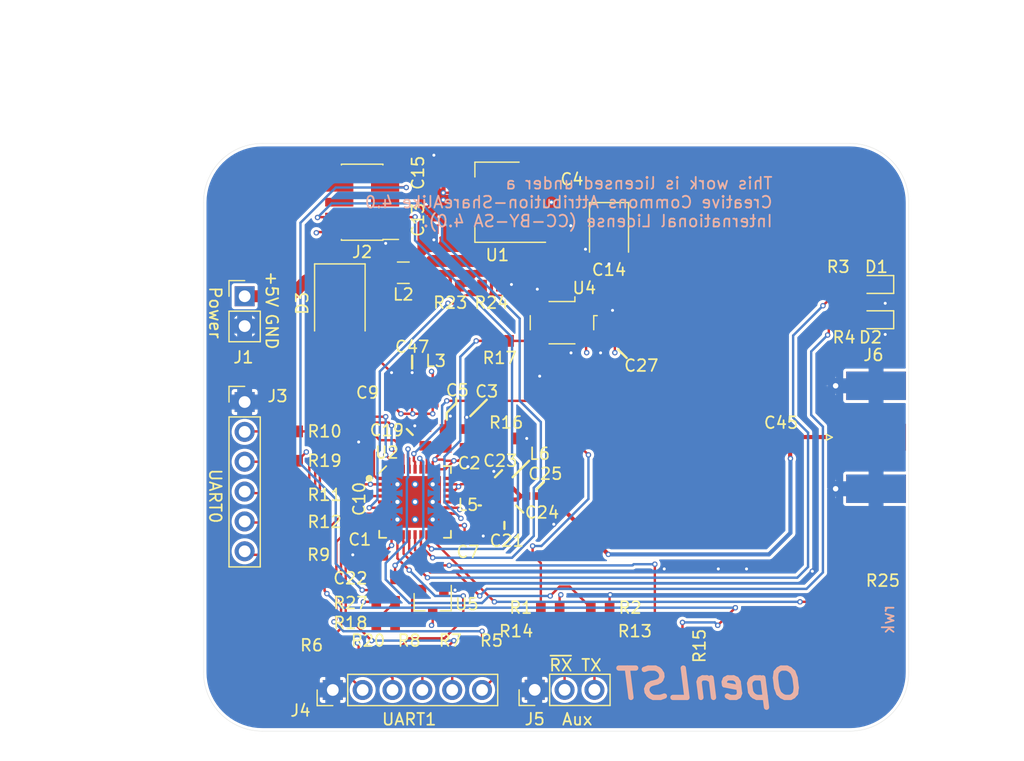
<source format=kicad_pcb>
(kicad_pcb (version 20211014) (generator pcbnew)
  (title_block (title "OpenLST") (date "2018-07-08") (rev "1"))
  (layers (0 "F.Cu" signal) (1 "In1.Cu" power "GND") (2 "In2.Cu" power "PWR") (31 "B.Cu" signal) (34 "B.Paste" user) (35 "F.Paste" user) (36 "B.SilkS" user "B.Silkscreen") (37 "F.SilkS" user "F.Silkscreen") (38 "B.Mask" user) (39 "F.Mask" user) (44 "Edge.Cuts" user))
  (net 0 "")
  (net 1 "/3V3_FILT")
  (net 2 "GND")
  (net 3 "+5V")
  (net 4 "+3V3")
  (net 5 "Net-(C19-Pad1)")
  (net 6 "Net-(C21-Pad2)")
  (net 7 "Net-(C22-Pad1)")
  (net 8 "Net-(C23-Pad2)")
  (net 9 "Net-(C24-Pad1)")
  (net 10 "Net-(C24-Pad2)")
  (net 11 "Net-(C25-Pad2)")
  (net 12 "/PA_VAPC")
  (net 13 "Net-(C45-Pad1)")
  (net 14 "Net-(D1-Pad2)")
  (net 15 "Net-(D2-Pad2)")
  (net 16 "Net-(D3-Pad1)")
  (net 17 "/PROG_DC")
  (net 18 "/PROG_DD")
  (net 19 "/~{LST_RESET}")
  (net 20 "/UART0_RTS")
  (net 21 "Net-(J3-Pad3)")
  (net 22 "/UART0_RX")
  (net 23 "/UART0_TX")
  (net 24 "/UART0_CTS")
  (net 25 "/UART1_RTS")
  (net 26 "Net-(J4-Pad3)")
  (net 27 "/UART1_RX")
  (net 28 "/UART1_TX")
  (net 29 "/UART1_CTS")
  (net 30 "/~{LST_RX_MODE}")
  (net 31 "Net-(R3-Pad2)")
  (net 32 "Net-(R4-Pad2)")
  (net 33 "Net-(R5-Pad1)")
  (net 34 "Net-(R6-Pad1)")
  (net 35 "Net-(R7-Pad1)")
  (net 36 "Net-(R8-Pad1)")
  (net 37 "Net-(R9-Pad1)")
  (net 38 "Net-(R10-Pad1)")
  (net 39 "Net-(R11-Pad1)")
  (net 40 "Net-(R12-Pad1)")
  (net 41 "/RF_EN")
  (net 42 "Net-(R15-Pad2)")
  (net 43 "Net-(R16-Pad2)")
  (net 44 "Net-(R17-Pad1)")
  (net 45 "Net-(R17-Pad2)")
  (net 46 "/AN0")
  (net 47 "/AN1")
  (net 48 "/RF_BYP")
  (net 50 "Net-(J5-Pad2)")
  (net 51 "Net-(J5-Pad3)")
  (net 52 "Net-(R25-Pad2)")
  (net 59 "/LST_TX_MODE")
  (footprint "openlst:TI_CC_QFN36" (layer "F.Cu") (at 131.5 69)
    (fp_text reference "U2")
    (fp_text value "CC1110")
  )
  (footprint "archive:C_0603_1608Metric" (layer "F.Cu") (at 128 73.5 180)
    (fp_text reference "C1")
    (fp_text value "0.1u")
  )
  (footprint "archive:C_0402_1005Metric" (layer "F.Cu") (at 136.1 67.1 90)
    (fp_text reference "C2")
    (fp_text value "220p")
  )
  (footprint "archive:C_0603_1608Metric" (layer "F.Cu") (at 135.8 63.6 90)
    (fp_text reference "C3")
    (fp_text value "0.1u")
  )
  (footprint "archive:C_0603_1608Metric" (layer "F.Cu") (at 144.9 43.7 -90)
    (fp_text reference "C4")
    (fp_text value "10u")
  )
  (footprint "archive:C_0603_1608Metric" (layer "F.Cu") (at 134.1 63.6 90)
    (fp_text reference "C5")
    (fp_text value "0.1u")
  )
  (footprint "archive:C_0402_1005Metric" (layer "F.Cu") (at 136.1 71.9)
    (fp_text reference "C7")
    (fp_text value "220p")
  )
  (footprint "archive:C_0603_1608Metric" (layer "F.Cu") (at 129.5 59.75 -90)
    (fp_text reference "C9")
    (fp_text value "1u")
  )
  (footprint "archive:C_0603_1608Metric" (layer "F.Cu") (at 126.75 65.75 90)
    (fp_text reference "C10")
    (fp_text value "0.1u")
  )
  (footprint "archive:C_0603_1608Metric" (layer "F.Cu") (at 133 45 -90)
    (fp_text reference "C13")
    (fp_text value "10u")
  )
  (footprint "archive:CP_EIA-3528-15_AVX-H" (layer "F.Cu") (at 148 46 -90)
    (fp_text reference "C14")
    (fp_text value "100u")
  )
  (footprint "archive:C_0603_1608Metric" (layer "F.Cu") (at 133 41 90)
    (fp_text reference "C15")
    (fp_text value "0.1u")
  )
  (footprint "archive:C_0603_1608Metric" (layer "F.Cu") (at 132.375 63.425 90)
    (fp_text reference "C19")
    (fp_text value "1n")
  )
  (footprint "archive:C_0402_1005Metric" (layer "F.Cu") (at 139.2 70 180)
    (fp_text reference "C21")
    (fp_text value "220p")
  )
  (footprint "archive:C_0603_1608Metric" (layer "F.Cu") (at 129 75.5 180)
    (fp_text reference "C22")
    (fp_text value "1n")
  )
  (footprint "archive:C_0402_1005Metric" (layer "F.Cu") (at 137.6 67.2 -90)
    (fp_text reference "C23")
    (fp_text value "3.9p")
  )
  (footprint "archive:C_0402_1005Metric" (layer "F.Cu") (at 139.2 68.8)
    (fp_text reference "C24")
    (fp_text value "3.9p")
  )
  (footprint "archive:C_0402_1005Metric" (layer "F.Cu") (at 141.4 68.5)
    (fp_text reference "C25")
    (fp_text value "220p")
  )
  (footprint "archive:C_0603_1608Metric" (layer "F.Cu") (at 148.5 54.5 90)
    (fp_text reference "C27")
    (fp_text value "0.1u")
  )
  (footprint "archive:C_0603_1608Metric" (layer "F.Cu") (at 131.25 59.75 -90)
    (fp_text reference "C47")
    (fp_text value "1u")
  )
  (footprint "archive:LED_0603_1608Metric" (layer "F.Cu") (at 170.75 50.5 180)
    (fp_text reference "D1")
    (fp_text value "LED")
  )
  (footprint "archive:LED_0603_1608Metric" (layer "F.Cu") (at 170.75 53.5 180)
    (fp_text reference "D2")
    (fp_text value "LED")
  )
  (footprint "archive:D_SMB" (layer "F.Cu") (at 125.1 52.3 -90)
    (fp_text reference "D3")
    (fp_text value "STPS340U")
  )
  (footprint "archive:PinHeader_1x02_P2.54mm_Vertical" (layer "F.Cu") (at 117 51.5)
    (fp_text reference "J1")
    (fp_text value "5VDC")
  )
  (footprint "archive:PinHeader_2x05_P1.27mm_Vertical_SMD" (layer "F.Cu") (at 127 43.5 180)
    (fp_text reference "J2")
    (fp_text value "CC Prog/Debug")
  )
  (footprint "archive:PinHeader_1x06_P2.54mm_Vertical" (layer "F.Cu") (at 117 60.5)
    (fp_text reference "J3")
    (fp_text value "UART0")
  )
  (footprint "archive:PinHeader_1x06_P2.54mm_Vertical" (layer "F.Cu") (at 124.5 85 90)
    (fp_text reference "J4")
    (fp_text value "UART1")
  )
  (footprint "archive:SMA_Molex_73251-1153_EdgeMount_Horizontal" (layer "F.Cu") (at 169 63.5 180)
    (fp_text reference "J6")
    (fp_text value "ANT")
  )
  (footprint "archive:L_1206_3216Metric" (layer "F.Cu") (at 130.5 49.5 180)
    (fp_text reference "L2")
    (fp_text value "Z=500 @ 100M")
  )
  (footprint "archive:L_0603_1608Metric" (layer "F.Cu") (at 133 59.75 -90)
    (fp_text reference "L3")
    (fp_text value "Z=1k @ 100M")
  )
  (footprint "archive:L_0402_1005Metric" (layer "F.Cu") (at 137.6 69.2 90)
    (fp_text reference "L5")
    (fp_text value "27n")
  )
  (footprint "archive:L_0402_1005Metric" (layer "F.Cu") (at 139.2 67.6)
    (fp_text reference "L6")
    (fp_text value "27n")
  )
  (footprint "archive:R_0603_1608Metric" (layer "F.Cu") (at 143 78 180)
    (fp_text reference "R1")
    (fp_text value "1K")
  )
  (footprint "archive:R_0603_1608Metric" (layer "F.Cu") (at 147.25 78 180)
    (fp_text reference "R2")
    (fp_text value "1K")
  )
  (footprint "archive:R_0603_1608Metric" (layer "F.Cu") (at 167.5 50.5 180)
    (fp_text reference "R3")
    (fp_text value "1K")
  )
  (footprint "archive:R_0603_1608Metric" (layer "F.Cu") (at 167.5 53.5 180)
    (fp_text reference "R4")
    (fp_text value "1K")
  )
  (footprint "archive:R_0603_1608Metric" (layer "F.Cu") (at 138 82)
    (fp_text reference "R5")
    (fp_text value "100")
  )
  (footprint "archive:R_0603_1608Metric" (layer "F.Cu") (at 124.5 81.25 -90)
    (fp_text reference "R6")
    (fp_text value "100")
  )
  (footprint "archive:R_0603_1608Metric" (layer "F.Cu") (at 134.5 82)
    (fp_text reference "R7")
    (fp_text value "100")
  )
  (footprint "archive:R_0603_1608Metric" (layer "F.Cu") (at 131 82)
    (fp_text reference "R8")
    (fp_text value "100")
  )
  (footprint "archive:R_0603_1608Metric" (layer "F.Cu") (at 120.75 73.5 180)
    (fp_text reference "R9")
    (fp_text value "100")
  )
  (footprint "archive:R_0603_1608Metric" (layer "F.Cu") (at 120.75 63 180)
    (fp_text reference "R10")
    (fp_text value "100")
  )
  (footprint "archive:R_0603_1608Metric" (layer "F.Cu") (at 120.75 68.25 180)
    (fp_text reference "R11")
    (fp_text value "100")
  )
  (footprint "archive:R_0603_1608Metric" (layer "F.Cu") (at 120.75 70.75 180)
    (fp_text reference "R12")
    (fp_text value "100")
  )
  (footprint "archive:R_0603_1608Metric" (layer "F.Cu") (at 147.25 80)
    (fp_text reference "R13")
    (fp_text value "100")
  )
  (footprint "archive:R_0603_1608Metric" (layer "F.Cu") (at 143 80)
    (fp_text reference "R14")
    (fp_text value "100")
  )
  (footprint "archive:R_0603_1608Metric" (layer "F.Cu") (at 154.25 81.25 -90)
    (fp_text reference "R15")
    (fp_text value "DNI")
  )
  (footprint "archive:R_0603_1608Metric" (layer "F.Cu") (at 139.3 63.6 180)
    (fp_text reference "R16")
    (fp_text value "56K")
  )
  (footprint "archive:R_0603_1608Metric" (layer "F.Cu") (at 138.7 55.3 180)
    (fp_text reference "R17")
    (fp_text value "100")
  )
  (footprint "archive:R_0603_1608Metric" (layer "F.Cu") (at 129 79.5 180)
    (fp_text reference "R18")
    (fp_text value "1K")
  )
  (footprint "archive:R_0603_1608Metric" (layer "F.Cu") (at 120.75 65.5 180)
    (fp_text reference "R19")
    (fp_text value "DNI")
  )
  (footprint "archive:R_0603_1608Metric" (layer "F.Cu") (at 127.5 82)
    (fp_text reference "R20")
    (fp_text value "DNI")
  )
  (footprint "archive:R_0603_1608Metric" (layer "F.Cu") (at 134.5 50.6 180)
    (fp_text reference "R23")
    (fp_text value "33K")
  )
  (footprint "archive:R_0603_1608Metric" (layer "F.Cu") (at 138 50.6 180)
    (fp_text reference "R24")
    (fp_text value "10K")
  )
  (footprint "archive:R_0603_1608Metric" (layer "F.Cu") (at 171.25 73 -90)
    (fp_text reference "R25")
    (fp_text value "DNI")
  )
  (footprint "archive:R_0603_1608Metric" (layer "F.Cu") (at 129 77.5 180)
    (fp_text reference "R27")
    (fp_text value "33K")
  )
  (footprint "archive:SOT-223-3_TabPin2" (layer "F.Cu") (at 138.5 43.5 180)
    (fp_text reference "U1")
    (fp_text value "LM1117-3.3")
  )
  (footprint "archive:Oscillator_SMD_Fordahl_DFAS15-4Pin_5.0x3.2mm" (layer "F.Cu") (at 144 53.75 180)
    (fp_text reference "U4")
    (fp_text value "FOX924 27MHz")
  )
  (footprint "archive:SOT-23" (layer "F.Cu") (at 133 77.5 -90)
    (fp_text reference "U5")
    (fp_text value "TLV803S")
  )
  (footprint "archive:PinHeader_1x03_P2.54mm_Vertical" (layer "F.Cu") (at 141.6812 84.9884 90)
    (fp_text reference "J5")
    (fp_text value "Control Outputs")
  )
  (footprint "archive:C_0402_1005Metric" (layer "F.Cu") (at 163.7985 63.481 180)
    (fp_text reference "C45")
    (fp_text value "220p")
  )
  (gr_line (start 135 60.2) (end 135 60.6) (layer "F.SilkS") (width 0.2))
  (gr_line (start 134.2 62) (end 134.2 61.9) (layer "F.SilkS") (width 0.2))
  (gr_line (start 140.1 69.3) (end 140.7 69.9) (layer "F.SilkS") (width 0.2))
  (gr_line (start 135 60.6) (end 134.2 61.4) (layer "F.SilkS") (width 0.2))
  (gr_line (start 139.1 71.3) (end 139.1 70.7) (layer "F.SilkS") (width 0.2))
  (gr_line (start 136.9 69.3) (end 137.1 69.3) (layer "F.SilkS") (width 0.2))
  (gr_line (start 137.6 60.3) (end 136.2 61.7) (layer "F.SilkS") (width 0.2))
  (gr_line (start 131.25 56.55) (end 131.25 57.65) (layer "F.SilkS") (width 0.2))
  (gr_line (start 138.9 66.3) (end 138.3 66.9) (layer "F.SilkS") (width 0.2))
  (gr_line (start 142.4512 67.3212) (end 141.8512 67.9212) (layer "F.SilkS") (width 0.2))
  (gr_line (start 130.8 62.8) (end 131.3 63.3) (layer "F.SilkS") (width 0.2))
  (gr_line (start 141.2 65.5) (end 139.8 66.9) (layer "F.SilkS") (width 0.2))
  (gr_line (start 149.5 56.75) (end 148.8 56.05) (layer "F.SilkS") (width 0.2))
  (gr_line (start 148.8 56.05) (end 148.8 56) (layer "F.SilkS") (width 0.2))
  (gr_line (start 134.2 61.4) (end 134.2 62) (layer "F.SilkS") (width 0.2))
  (gr_line (start 118.5 38.5) (end 168.5 38.5) (layer "Edge.Cuts") (width 0.0254))
  (gr_arc (start 118.5 88.5) (mid 114.964466 87.035534) (end 113.5 83.5) (layer "Edge.Cuts") (width 0.0254))
  (gr_arc (start 173.5 83.5) (mid 172.035534 87.035534) (end 168.5 88.5) (layer "Edge.Cuts") (width 0.0254))
  (gr_line (start 168.5 88.5) (end 118.5 88.5) (layer "Edge.Cuts") (width 0.0254))
  (gr_line (start 113.5 83.5) (end 113.5 43.5) (layer "Edge.Cuts") (width 0.0254))
  (gr_arc (start 168.5 38.5) (mid 172.035534 39.964466) (end 173.5 43.5) (layer "Edge.Cuts") (width 0.0254))
  (gr_arc (start 113.5 43.5) (mid 114.964466 39.964466) (end 118.5 38.5) (layer "Edge.Cuts") (width 0.0254))
  (gr_line (start 173.5 43.5) (end 173.5 83.5) (layer "Edge.Cuts") (width 0.0254))
  (gr_text "OpenLST" (at 156.7 84.5) (layer "B.SilkS") (effects (font (size 2.5 2.5) (thickness 0.45) italic) (justify mirror)))
  (gr_text "rwk" (at 171.75 79 90) (layer "B.SilkS") (effects (font (size 1 1)) (justify mirror)))
  (gr_text "This work is licensed under a\nCreative Commons Attribution-ShareAlike 4.0\nInternational License (CC-BY-SA 4.0)." (at 162 43.5) (layer "B.SilkS") (effects (font (size 1 1)) (justify left mirror)))
  (gr_text "~{RX}" (at 143.9 82.9) (layer "F.SilkS") (effects (font (size 1 1))))
  (gr_text "TX" (at 146.5 82.9) (layer "F.SilkS") (effects (font (size 1 1))))
  (gr_text "+5V" (at 119.3 50.9 270) (layer "F.SilkS") (effects (font (size 1 1))))
  (gr_text "GND" (at 119.3 54.5 270) (layer "F.SilkS") (effects (font (size 1 1))))
  (gr_text "UART0" (at 114.5 68.5 270) (layer "F.SilkS") (effects (font (size 1 1))))
  (gr_text "Power" (at 114.5 52.9 270) (layer "F.SilkS") (effects (font (size 1 1))))
  (gr_text "UART1" (at 131 87.5) (layer "F.SilkS") (effects (font (size 1 1))))
  (gr_text "Aux" (at 145.3 87.5) (layer "F.SilkS") (effects (font (size 1 1))))
  (segment (start 135.7125 71.0125) (end 135.7 71) (width 0.2032) (layer "F.Cu") (net 1))
  (segment (start 134.9 68) (end 135.2 67.7) (width 0.2032) (layer "F.Cu") (net 1))
  (segment (start 135.4125 67.4875) (end 135.2 67.7) (width 0.2032) (layer "F.Cu") (net 1))
  (segment (start 135 67.5) (end 135.2 67.7) (width 0.2032) (layer "F.Cu") (net 1))
  (segment (start 133 65.6) (end 133.2 65.4) (width 0.2032) (layer "F.Cu") (net 1))
  (segment (start 134.08 66.22) (end 134.8 65.5) (width 0.2032) (layer "F.Cu") (net 1))
  (segment (start 135.8 64.9) (end 135.2 65.5) (width 0.2032) (layer "F.Cu") (net 1))
  (segment (start 135.2 65.5) (end 134.8 65.5) (width 0.2032) (layer "F.Cu") (net 1))
  (segment (start 133.9 65.4) (end 134 65.5) (width 0.2032) (layer "F.Cu") (net 1))
  (segment (start 134 65.5) (end 134.8 65.5) (width 0.2032) (layer "F.Cu") (net 1))
  (segment (start 133.2 65.3) (end 134.1 64.4) (width 0.2032) (layer "F.Cu") (net 1))
  (segment (start 126.75 67.25) (end 127 67.5) (width 0.2032) (layer "F.Cu") (net 1))
  (segment (start 127 67.5) (end 127.7 67.5) (width 0.2032) (layer "F.Cu") (net 1))
  (segment (start 129.5 72.7) (end 128.8 73.4) (width 0.2032) (layer "F.Cu") (net 1))
  (segment (start 135.15 69.5) (end 135.3 69.65) (width 0.2032) (layer "F.Cu") (net 1))
  (segment (start 131.25 61.45) (end 131.3 61.5) (width 0.2032) (layer "F.Cu") (net 1))
  (segment (start 130.3 61.5) (end 129.5 60.7) (width 0.2032) (layer "F.Cu") (net 1))
  (segment (start 131.3 61.5) (end 133 61.5) (width 0.2032) (layer "F.Cu") (net 1))
  (segment (start 126.75 67.25) (end 126.75 66.55) (width 0.2032) (layer "F.Cu") (net 1))
  (segment (start 135.7 71) (end 134.28 71) (width 0.2032) (layer "F.Cu") (net 1))
  (segment (start 129.5 71.78) (end 129.5 72.7) (width 0.2032) (layer "F.Cu") (net 1))
  (segment (start 131.3 61.5) (end 130.3 61.5) (width 0.2032) (layer "F.Cu") (net 1))
  (segment (start 128.72 67.5) (end 127.7 67.5) (width 0.2032) (layer "F.Cu") (net 1))
  (segment (start 133 66.22) (end 133 65.6) (width 0.2032) (layer "F.Cu") (net 1))
  (segment (start 135.8 64.4) (end 135.8 64.9) (width 0.2032) (layer "F.Cu") (net 1))
  (segment (start 133.2 65.4) (end 133.9 65.4) (width 0.2032) (layer "F.Cu") (net 1))
  (segment (start 134.9 68) (end 134.28 68) (width 0.2032) (layer "F.Cu") (net 1))
  (segment (start 131.25 60.55) (end 131.25 61.45) (width 0.2032) (layer "F.Cu") (net 1))
  (segment (start 134.08 66.22) (end 133.5 66.22) (width 0.2032) (layer "F.Cu") (net 1))
  (segment (start 133.2 65.4) (end 133.2 65.3) (width 0.2032) (layer "F.Cu") (net 1))
  (segment (start 134.28 69.5) (end 135.15 69.5) (width 0.2032) (layer "F.Cu") (net 1))
  (segment (start 135.7125 71.9) (end 135.7125 71.0125) (width 0.2032) (layer "F.Cu") (net 1))
  (segment (start 136.1 67.4875) (end 135.4125 67.4875) (width 0.2032) (layer "F.Cu") (net 1))
  (segment (start 133 60.55) (end 133 61.5) (width 0.2032) (layer "F.Cu") (net 1))
  (segment (start 134.28 67.5) (end 135 67.5) (width 0.2032) (layer "F.Cu") (net 1))
  (via (at 127.7 67.5) (size 0.4572) (drill 0.254) (layers "F.Cu" "B.Cu") (net 1))
  (via (at 131.3 61.5) (size 0.4572) (drill 0.254) (layers "F.Cu" "B.Cu") (net 1))
  (via (at 135.3 69.65) (size 0.4572) (drill 0.254) (layers "F.Cu" "B.Cu") (net 1))
  (via (at 133.2 65.4) (size 0.4572) (drill 0.254) (layers "F.Cu" "B.Cu") (net 1))
  (via (at 134.8 65.5) (size 0.4572) (drill 0.254) (layers "F.Cu" "B.Cu") (net 1))
  (via (at 135.2 67.7) (size 0.4572) (drill 0.254) (layers "F.Cu" "B.Cu") (net 1))
  (via (at 130.3 61.5) (size 0.4572) (drill 0.254) (layers "F.Cu" "B.Cu") (net 1))
  (via (at 135.7 71) (size 0.4572) (drill 0.254) (layers "F.Cu" "B.Cu") (net 1))
  (via (at 133 61.5) (size 0.4572) (drill 0.254) (layers "F.Cu" "B.Cu") (net 1))
  (via (at 129.5 72.7) (size 0.4572) (drill 0.254) (layers "F.Cu" "B.Cu") (net 1))
  (segment (start 126.75 63.95) (end 126.7 63.9) (width 0.2032) (layer "F.Cu") (net 2))
  (segment (start 134.1 62.1) (end 134.5 61.7) (width 0.2032) (layer "F.Cu") (net 2))
  (segment (start 135.9 61.8) (end 135.8 61.9) (width 0.2032) (layer "F.Cu") (net 2))
  (segment (start 146.02 47.48) (end 146 47.5) (width 0.2032) (layer "F.Cu") (net 2))
  (segment (start 137.7875 66.8125) (end 138.2 66.4) (width 0.2032) (layer "F.Cu") (net 2))
  (segment (start 133 39.6) (end 133.1 39.5) (width 0.2032) (layer "F.Cu") (net 2))
  (segment (start 133 46.6) (end 133.1 46.7) (width 0.2032) (layer "F.Cu") (net 2))
  (segment (start 148.05 76.95) (end 148.1 76.9) (width 0.2032) (layer "F.Cu") (net 2))
  (segment (start 131.575 62.625) (end 131.475 62.525) (width 0.2032) (layer "F.Cu") (net 2))
  (segment (start 171.55 52.15) (end 171.5 52.1) (width 0.2032) (layer "F.Cu") (net 2))
  (segment (start 171.55 52.05) (end 171.5 52.1) (width 0.2032) (layer "F.Cu") (net 2))
  (segment (start 141.95 50.95) (end 141.9 50.9) (width 0.2032) (layer "F.Cu") (net 2))
  (segment (start 139.6 50.6) (end 139.7 50.5) (width 0.2032) (layer "F.Cu") (net 2))
  (segment (start 148.5 52.9) (end 148.3 52.7) (width 0.2032) (layer "F.Cu") (net 2))
  (segment (start 136.1 66.1) (end 136 66) (width 0.2032) (layer "F.Cu") (net 2))
  (segment (start 144.9 45.35) (end 144.75 45.5) (width 0.2032) (layer "F.Cu") (net 2))
  (segment (start 128.95 46.95) (end 129 47) (width 0.2032) (layer "F.Cu") (net 2))
  (segment (start 171.55 54.7) (end 171.5 54.75) (width 0.2032) (layer "F.Cu") (net 2))
  (segment (start 144.9 44.5) (end 144.9 45.35) (width 0.2032) (layer "F.Cu") (net 2))
  (segment (start 133 40.2) (end 133 39.6) (width 0.2032) (layer "F.Cu") (net 2))
  (segment (start 170.72 67.88) (end 167.28 67.88) (width 0.2032) (layer "F.Cu") (net 2))
  (segment (start 140.1 63.6) (end 141 63.6) (width 0.2032) (layer "F.Cu") (net 2))
  (segment (start 134.1 62.8) (end 134.1 62.1) (width 0.2032) (layer "F.Cu") (net 2))
  (segment (start 125.95 54.45) (end 129.5 58) (width 0.2032) (layer "F.Cu") (net 2))
  (segment (start 133 45.8) (end 133 46.6) (width 0.2032) (layer "F.Cu") (net 2))
  (segment (start 141.95 52.35) (end 141.95 50.95) (width 0.2032) (layer "F.Cu") (net 2))
  (segment (start 148.5 53.7) (end 148.5 52.9) (width 0.2032) (layer "F.Cu") (net 2))
  (segment (start 129.5 58.95) (end 129.5 58) (width 0.2032) (layer "F.Cu") (net 2))
  (segment (start 138.8 50.6) (end 139.6 50.6) (width 0.2032) (layer "F.Cu") (net 2))
  (segment (start 171.55 50.5) (end 171.55 52.05) (width 0.2032) (layer "F.Cu") (net 2))
  (segment (start 148 47.48) (end 148 48.75) (width 0.2032) (layer "F.Cu") (net 2))
  (segment (start 171.55 53.5) (end 171.55 54.7) (width 0.2032) (layer "F.Cu") (net 2))
  (segment (start 132.375 62.625) (end 131.575 62.625) (width 0.2032) (layer "F.Cu") (net 2))
  (segment (start 128.2 75.5) (end 127.1 75.5) (width 0.2032) (layer "F.Cu") (net 2))
  (segment (start 128.95 46.04) (end 128.95 46.95) (width 0.2032) (layer "F.Cu") (net 2))
  (segment (start 136.1 66.7125) (end 136.1 66.1) (width 0.2032) (layer "F.Cu") (net 2))
  (segment (start 127.2 73.5) (end 126.2 73.5) (width 0.2032) (layer "F.Cu") (net 2))
  (segment (start 170.72 59.12) (end 167.28 59.12) (width 0.2032) (layer "F.Cu") (net 2))
  (segment (start 126.75 64.95) (end 126.75 63.95) (width 0.2032) (layer "F.Cu") (net 2))
  (segment (start 148 47.48) (end 146.02 47.48) (width 0.2032) (layer "F.Cu") (net 2))
  (segment (start 148.05 78) (end 148.05 76.95) (width 0.2032) (layer "F.Cu") (net 2))
  (segment (start 131.25 58.95) (end 131.25 58) (width 0.2032) (layer "F.Cu") (net 2))
  (segment (start 171.55 52.15) (end 171.55 53.5) (width 0.2032) (layer "F.Cu") (net 2))
  (segment (start 135.8 61.9) (end 135.8 62.8) (width 0.2032) (layer "F.Cu") (net 2))
  (segment (start 136.4875 71.9) (end 137.3 71.9) (width 0.2032) (layer "F.Cu") (net 2))
  (segment (start 133.95 76.5) (end 134.9 76.5) (width 0.2032) (layer "F.Cu") (net 2))
  (via (at 131.475 62.525) (size 0.4572) (drill 0.254) (layers "F.Cu" "B.Cu") (net 2))
  (via (at 138.2 66.4) (size 0.4572) (drill 0.254) (layers "F.Cu" "B.Cu") (net 2))
  (via (at 136 66) (size 0.4572) (drill 0.254) (layers "F.Cu" "B.Cu") (net 2))
  (via (at 147.282 56.3182) (size 0.4572) (drill 0.254) (layers "F.Cu" "B.Cu") (net 2))
  (via (at 141.9 50.9) (size 0.4572) (drill 0.254) (layers "F.Cu" "B.Cu") (net 2))
  (via (at 129 47) (size 0.4572) (drill 0.254) (layers "F.Cu" "B.Cu") (net 2))
  (via (at 131.25 58) (size 0.4572) (drill 0.254) (layers "F.Cu" "B.Cu") (net 2))
  (via (at 135.9 61.8) (size 0.4572) (drill 0.254) (layers "F.Cu" "B.Cu") (net 2))
  (via (at 133.1 39.5) (size 0.4572) (drill 0.254) (layers "F.Cu" "B.Cu") (net 2))
  (via (at 129.5 58) (size 0.4572) (drill 0.254) (layers "F.Cu" "B.Cu") (net 2))
  (via (at 141 63.6) (size 0.4572) (drill 0.254) (layers "F.Cu" "B.Cu") (net 2))
  (via (at 148.3 52.7) (size 0.4572) (drill 0.254) (layers "F.Cu" "B.Cu") (net 2))
  (via (at 157.3 74.7) (size 0.4572) (drill 0.254) (layers "F.Cu" "B.Cu") (net 2))
  (via (at 165.3 74.9) (size 0.4572) (drill 0.254) (layers "F.Cu" "B.Cu") (net 2))
  (via (at 143.3 70.9) (size 0.4572) (drill 0.254) (layers "F.Cu" "B.Cu") (net 2))
  (via (at 146 47.5) (size 0.4572) (drill 0.254) (layers "F.Cu" "B.Cu") (net 2))
  (via (at 144.7674 56.3182) (size 0.4572) (drill 0.254) (layers "F.Cu" "B.Cu") (net 2))
  (via (at 134.5 61.7) (size 0.4572) (drill 0.254) (layers "F.Cu" "B.Cu") (net 2))
  (via (at 139.7 50.5) (size 0.4572) (drill 0.254) (layers "F.Cu" "B.Cu") (net 2))
  (via (at 159.7 74.7) (size 0.4572) (drill 0.254) (layers "F.Cu" "B.Cu") (net 2))
  (via (at 148 48.75) (size 0.4572) (drill 0.254) (layers "F.Cu" "B.Cu") (net 2))
  (via (at 142.1 58.3) (size 0.4572) (drill 0.254) (layers "F.Cu" "B.Cu") (net 2))
  (via (at 148.1 76.9) (size 0.4572) (drill 0.254) (layers "F.Cu" "B.Cu") (net 2))
  (via (at 127.1 75.5) (size 0.4572) (drill 0.254) (layers "F.Cu" "B.Cu") (net 2))
  (via (at 171.5 54.75) (size 0.4572) (drill 0.254) (layers "F.Cu" "B.Cu") (net 2))
  (via (at 133.1 46.7) (size 0.4572) (drill 0.254) (layers "F.Cu" "B.Cu") (net 2))
  (via (at 126.7 63.9) (size 0.4572) (drill 0.254) (layers "F.Cu" "B.Cu") (net 2))
  (via (at 137.3 71.9) (size 0.4572) (drill 0.254) (layers "F.Cu" "B.Cu") (net 2))
  (via (at 144.75 45.5) (size 0.4572) (drill 0.254) (layers "F.Cu" "B.Cu") (net 2))
  (via (at 134.9 76.5) (size 0.4572) (drill 0.254) (layers "F.Cu" "B.Cu") (net 2))
  (via (at 126.2 73.5) (size 0.4572) (drill 0.254) (layers "F.Cu" "B.Cu") (net 2))
  (via (at 152.7 74.7) (size 0.4572) (drill 0.254) (layers "F.Cu" "B.Cu") (net 2))
  (via (at 171.5 52.1) (size 0.4572) (drill 0.254) (layers "F.Cu" "B.Cu") (net 2))
  (segment (start 126.7 63.9) (end 126.8 63.9) (width 0.2032) (layer "B.Cu") (net 2))
  (segment (start 132.93 48.5) (end 136.5 48.5) (width 1.016) (layer "F.Cu") (net 3))
  (segment (start 136.5 48.5) (end 138.5 46.5) (width 1.016) (layer "F.Cu") (net 3))
  (segment (start 138.5 46.5) (end 138.5 42.5) (width 1.016) (layer "F.Cu") (net 3))
  (segment (start 138.5 42.5) (end 139.8 41.2) (width 1.016) (layer "F.Cu") (net 3))
  (segment (start 139.8 41.2) (end 141.65 41.2) (width 1.016) (layer "F.Cu") (net 3))
  (segment (start 143.2 41.2) (end 144.9 42.9) (width 1.016) (layer "F.Cu") (net 3))
  (segment (start 146.38 42.9) (end 148 44.52) (width 1.016) (layer "F.Cu") (net 3))
  (segment (start 133.03 50.6) (end 131.93 49.5) (width 1.016) (layer "F.Cu") (net 3))
  (segment (start 141.65 41.2) (end 143.2 41.2) (width 1.016) (layer "F.Cu") (net 3))
  (segment (start 144.9 42.9) (end 146.38 42.9) (width 1.016) (layer "F.Cu") (net 3))
  (segment (start 133.7 50.6) (end 133.03 50.6) (width 1.016) (layer "F.Cu") (net 3))
  (segment (start 131.93 49.5) (end 132.93 48.5) (width 1.016) (layer "F.Cu") (net 3))
  (segment (start 126.7 81.1) (end 126.6 81) (width 0.2032) (layer "F.Cu") (net 4))
  (segment (start 121.55 65.45) (end 122.25 64.75) (width 0.2032) (layer "F.Cu") (net 4))
  (segment (start 143.8 77) (end 143.9 76.9) (width 0.2032) (layer "F.Cu") (net 4))
  (segment (start 133 58) (end 132.9 57.9) (width 0.2032) (layer "F.Cu") (net 4))
  (segment (start 133 79.4) (end 132.9 79.5) (width 0.2032) (layer "F.Cu") (net 4))
  (segment (start 123.16 46.04) (end 123.1 46.1) (width 0.2032) (layer "F.Cu") (net 4))
  (segment (start 146.05 56.25) (end 146.1 56.3) (width 0.2032) (layer "F.Cu") (net 4))
  (segment (start 128.2 77.5) (end 127.1 77.5) (width 0.2032) (layer "F.Cu") (net 4))
  (segment (start 126.7 82) (end 126.7 81.1) (width 0.2032) (layer "F.Cu") (net 4))
  (segment (start 146.05 55.15) (end 148.35 55.15) (width 0.2032) (layer "F.Cu") (net 4))
  (segment (start 148.5 55.3) (end 148.5 56.3) (width 0.2032) (layer "F.Cu") (net 4))
  (segment (start 135.15 43.3) (end 133.9 43.3) (width 0.2032) (layer "F.Cu") (net 4))
  (segment (start 135.9 40.7) (end 135.9 42.95) (width 0.2032) (layer "F.Cu") (net 4))
  (segment (start 133 78.5) (end 133 79.4) (width 0.2032) (layer "F.Cu") (net 4))
  (segment (start 133.9 43.3) (end 133 44.2) (width 0.2032) (layer "F.Cu") (net 4))
  (segment (start 141.65 43.5) (end 143.1 43.5) (width 0.2032) (layer "F.Cu") (net 4))
  (segment (start 125.05 46.04) (end 123.16 46.04) (width 0.2032) (layer "F.Cu") (net 4))
  (segment (start 133 58.95) (end 133 58) (width 0.2032) (layer "F.Cu") (net 4))
  (segment (start 143.8 78) (end 143.8 77) (width 0.2032) (layer "F.Cu") (net 4))
  (segment (start 146.05 55.15) (end 146.05 56.25) (width 0.2032) (layer "F.Cu") (net 4))
  (segment (start 133.9 42.7) (end 133 41.8) (width 0.2032) (layer "F.Cu") (net 4))
  (segment (start 134.9 40.7) (end 134.9 43.05) (width 0.2032) (layer "F.Cu") (net 4))
  (segment (start 134.55 42.7) (end 133.9 42.7) (width 0.2032) (layer "F.Cu") (net 4))
  (via (at 146.1 56.3) (size 0.4572) (drill 0.254) (layers "F.Cu" "B.Cu") (net 4))
  (via (at 143.9 76.9) (size 0.4572) (drill 0.254) (layers "F.Cu" "B.Cu") (net 4))
  (via (at 132.9 57.9) (size 0.4572) (drill 0.254) (layers "F.Cu" "B.Cu") (net 4))
  (via (at 148.5 56.3) (size 0.4572) (drill 0.254) (layers "F.Cu" "B.Cu") (net 4))
  (via (at 126.6 81) (size 0.4572) (drill 0.254) (layers "F.Cu" "B.Cu") (net 4))
  (via (at 122.25 64.75) (size 0.4572) (drill 0.254) (layers "F.Cu" "B.Cu") (net 4))
  (via (at 127.1 77.5) (size 0.4572) (drill 0.254) (layers "F.Cu" "B.Cu") (net 4))
  (via (at 123.1 46.1) (size 0.4572) (drill 0.254) (layers "F.Cu" "B.Cu") (net 4))
  (via (at 132.9 79.5) (size 0.4572) (drill 0.254) (layers "F.Cu" "B.Cu") (net 4))
  (via (at 133.9 42.7) (size 0.4572) (drill 0.254) (layers "F.Cu" "B.Cu") (net 4))
  (via (at 133.9 43.3) (size 0.4572) (drill 0.254) (layers "F.Cu" "B.Cu") (net 4))
  (via (at 143.1 43.5) (size 0.4572) (drill 0.254) (layers "F.Cu" "B.Cu") (net 4))
  (segment (start 132.375 64.775) (end 132.5 64.9) (width 0.2032) (layer "F.Cu") (net 5))
  (segment (start 132.5 64.9) (end 132.5 66.22) (width 0.2032) (layer "F.Cu") (net 5))
  (segment (start 132.375 64.225) (end 132.375 64.775) (width 0.2032) (layer "F.Cu") (net 5))
  (segment (start 137.6 69.6) (end 138 70) (width 0.2032) (layer "F.Cu") (net 6))
  (segment (start 138 70) (end 138.8125 70) (width 0.2032) (layer "F.Cu") (net 6))
  (segment (start 132 65.4) (end 131.9 65.3) (width 0.2032) (layer "F.Cu") (net 7))
  (segment (start 129.8 74.4) (end 129.8 75.5) (width 0.2032) (layer "F.Cu") (net 7))
  (segment (start 131.05 75.5) (end 132.05 76.5) (width 0.2032) (layer "F.Cu") (net 7))
  (segment (start 130.75 79.5) (end 131.25 79) (width 0.2032) (layer "F.Cu") (net 7))
  (segment (start 131.25 79) (end 131.25 77.3) (width 0.2032) (layer "F.Cu") (net 7))
  (segment (start 131.25 77.3) (end 132.05 76.5) (width 0.2032) (layer "F.Cu") (net 7))
  (segment (start 132 66.22) (end 132 65.4) (width 0.2032) (layer "F.Cu") (net 7))
  (segment (start 129.8 75.5) (end 131.05 75.5) (width 0.2032) (layer "F.Cu") (net 7))
  (segment (start 129.8 79.5) (end 130.75 79.5) (width 0.2032) (layer "F.Cu") (net 7))
  (via (at 129.8 74.4) (size 0.4572) (drill 0.254) (layers "F.Cu" "B.Cu") (net 7))
  (via (at 131.9 65.3) (size 0.4572) (drill 0.254) (layers "F.Cu" "B.Cu") (net 7))
  (segment (start 132.2 72) (end 129.8 74.4) (width 0.2032) (layer "B.Cu") (net 7))
  (segment (start 131.9 65.3) (end 132.2 65.6) (width 0.2032) (layer "B.Cu") (net 7))
  (segment (start 132.2 65.6) (end 132.2 72) (width 0.2032) (layer "B.Cu") (net 7))
  (segment (start 136.5 68.5) (end 137.4125 67.5875) (width 0.2032) (layer "F.Cu") (net 8))
  (segment (start 134.28 68.5) (end 136.5 68.5) (width 0.2032) (layer "F.Cu") (net 8))
  (segment (start 137.6 67.5875) (end 138.8 67.5875) (width 0.2032) (layer "F.Cu") (net 8))
  (segment (start 135.5 69) (end 135.9 69.4) (width 0.2032) (layer "F.Cu") (net 9))
  (segment (start 135.9 69.4) (end 136.6 69.4) (width 0.2032) (layer "F.Cu") (net 9))
  (segment (start 136.6 69.4) (end 137.1875 68.8125) (width 0.2032) (layer "F.Cu") (net 9))
  (segment (start 137.1875 68.8125) (end 137.6 68.8125) (width 0.2032) (layer "F.Cu") (net 9))
  (segment (start 137.6 68.8125) (end 138.8 68.8125) (width 0.2032) (layer "F.Cu") (net 9))
  (segment (start 134.28 69) (end 135.5 69) (width 0.2032) (layer "F.Cu") (net 9))
  (segment (start 140.4875 68.5) (end 139.5875 67.6) (width 0.35052) (layer "F.Cu") (net 10))
  (segment (start 140.5 68.5) (end 140.2 68.8) (width 0.35052) (layer "F.Cu") (net 10))
  (segment (start 140.2 68.8) (end 139.5875 68.8) (width 0.35052) (layer "F.Cu") (net 10))
  (segment (start 141.0125 68.5) (end 140.5 68.5) (width 0.35052) (layer "F.Cu") (net 10))
  (segment (start 141.0125 68.5) (end 140.4875 68.5) (width 0.35052) (layer "F.Cu") (net 10))
  (segment (start 141.7875 68.5) (end 142.9792 68.5) (width 0.35052) (layer "F.Cu") (net 11))
  (segment (start 163.411 63.481) (end 163.411 65.2844) (width 0.35052) (layer "F.Cu") (net 11))
  (segment (start 142.9792 68.5) (end 147.9424 73.4632) (width 0.35052) (layer "F.Cu") (net 11))
  (segment (start 163.411 65.2844) (end 163.4364 65.3098) (width 0.35052) (layer "F.Cu") (net 11))
  (via (at 163.4364 65.3098) (size 0.4572) (drill 0.254) (layers "F.Cu" "B.Cu") (net 11))
  (via (at 147.9424 73.4632) (size 0.4572) (drill 0.254) (layers "F.Cu" "B.Cu") (net 11))
  (segment (start 161.6076 73.4632) (end 163.4364 71.6344) (width 0.35052) (layer "B.Cu") (net 11))
  (segment (start 163.4364 71.6344) (end 163.4364 65.3098) (width 0.35052) (layer "B.Cu") (net 11))
  (segment (start 147.9424 73.4632) (end 161.6076 73.4632) (width 0.35052) (layer "B.Cu") (net 11))
  (segment (start 164.186 63.481) (end 170.701 63.481) (width 0.35052) (layer "F.Cu") (net 13))
  (segment (start 169.95 50.5) (end 168.3 50.5) (width 0.2032) (layer "F.Cu") (net 14))
  (segment (start 169.95 53.5) (end 168.3 53.5) (width 0.2032) (layer "F.Cu") (net 15))
  (segment (start 126.85 50.15) (end 127.5 49.5) (width 1.016) (layer "F.Cu") (net 16))
  (segment (start 127.5 49.5) (end 129.07 49.5) (width 1.016) (layer "F.Cu") (net 16))
  (segment (start 122.25 50.15) (end 120.9 51.5) (width 1.016) (layer "F.Cu") (net 16))
  (segment (start 117 51.5) (end 120.9 51.5) (width 1.016) (layer "F.Cu") (net 16))
  (segment (start 122.25 50.15) (end 125.1 50.15) (width 1.016) (layer "F.Cu") (net 16))
  (segment (start 125.1 50.15) (end 126.85 50.15) (width 1.016) (layer "F.Cu") (net 16))
  (segment (start 132.5 72.6) (end 132.9 73) (width 0.2032) (layer "F.Cu") (net 17))
  (segment (start 131.5 44.75) (end 131.48 44.77) (width 0.2032) (layer "F.Cu") (net 17))
  (segment (start 131.48 44.77) (end 128.95 44.77) (width 0.2032) (layer "F.Cu") (net 17))
  (segment (start 132.5 71.78) (end 132.5 72.6) (width 0.2032) (layer "F.Cu") (net 17))
  (via (at 131.5 44.75) (size 0.4572) (drill 0.254) (layers "F.Cu" "B.Cu") (net 17))
  (via (at 132.9 73) (size 0.4572) (drill 0.254) (layers "F.Cu" "B.Cu") (net 17))
  (segment (start 132.9 73) (end 139 73) (width 0.2032) (layer "B.Cu") (net 17))
  (segment (start 139 73) (end 140.25 71.75) (width 0.2032) (layer "B.Cu") (net 17))
  (segment (start 140.25 71.75) (end 140.25 65.75) (width 0.2032) (layer "B.Cu") (net 17))
  (segment (start 140.25 65.75) (end 139.75 65.25) (width 0.2032) (layer "B.Cu") (net 17))
  (segment (start 139.75 65.25) (end 139.75 55) (width 0.2032) (layer "B.Cu") (net 17))
  (segment (start 139.75 55) (end 131.5 46.75) (width 0.2032) (layer "B.Cu") (net 17))
  (segment (start 131.5 46.75) (end 131.5 44.75) (width 0.2032) (layer "B.Cu") (net 17))
  (segment (start 132 72.75) (end 133 73.75) (width 0.2032) (layer "F.Cu") (net 18))
  (segment (start 123.23 44.77) (end 123.2 44.8) (width 0.2032) (layer "F.Cu") (net 18))
  (segment (start 132 71.78) (end 132 72.75) (width 0.2032) (layer "F.Cu") (net 18))
  (segment (start 125.05 44.77) (end 123.23 44.77) (width 0.2032) (layer "F.Cu") (net 18))
  (via (at 123.2 44.8) (size 0.4572) (drill 0.254) (layers "F.Cu" "B.Cu") (net 18))
  (via (at 133 73.75) (size 0.4572) (drill 0.254) (layers "F.Cu" "B.Cu") (net 18))
  (segment (start 133 73.75) (end 139.75 73.75) (width 0.2032) (layer "B.Cu") (net 18))
  (segment (start 139.75 73.75) (end 141.6 71.9) (width 0.2032) (layer "B.Cu") (net 18))
  (segment (start 141.6 67.8) (end 142.2 67.2) (width 0.2032) (layer "B.Cu") (net 18))
  (segment (start 142.2 67.2) (end 142.2 62.2) (width 0.2032) (layer "B.Cu") (net 18))
  (segment (start 142.2 62.2) (end 140.4 60.4) (width 0.2032) (layer "B.Cu") (net 18))
  (segment (start 140.4 60.4) (end 140.4 53.4) (width 0.2032) (layer "B.Cu") (net 18))
  (segment (start 140.4 53.4) (end 133.8 46.8) (width 0.2032) (layer "B.Cu") (net 18))
  (segment (start 133.8 46.8) (end 133.8 45.4) (width 0.2032) (layer "B.Cu") (net 18))
  (segment (start 133.8 45.4) (end 132 43.6) (width 0.2032) (layer "B.Cu") (net 18))
  (segment (start 132 43.6) (end 124.4 43.6) (width 0.2032) (layer "B.Cu") (net 18))
  (segment (start 124.4 43.6) (end 123.2 44.8) (width 0.2032) (layer "B.Cu") (net 18))
  (segment (start 141.6 67.8) (end 141.6 71.9) (width 0.2032) (layer "B.Cu") (net 18))
  (segment (start 128.2 79.1) (end 129.8 77.5) (width 0.2032) (layer "F.Cu") (net 19))
  (segment (start 128.8 76.5) (end 127 76.5) (width 0.2032) (layer "F.Cu") (net 19))
  (segment (start 130.75 42.25) (end 130.73 42.23) (width 0.2032) (layer "F.Cu") (net 19))
  (segment (start 130.73 42.23) (end 128.95 42.23) (width 0.2032) (layer "F.Cu") (net 19))
  (segment (start 129.8 77.5) (end 128.8 76.5) (width 0.2032) (layer "F.Cu") (net 19))
  (via (at 130.75 42.25) (size 0.4572) (drill 0.254) (layers "F.Cu" "B.Cu") (net 19))
  (via (at 127 76.5) (size 0.4572) (drill 0.254) (layers "F.Cu" "B.Cu") (net 19))
  (segment (start 127 76.5) (end 124.75 74.25) (width 0.2032) (layer "B.Cu") (net 19))
  (segment (start 124.75 74.25) (end 124.75 68.75) (width 0.2032) (layer "B.Cu") (net 19))
  (segment (start 124.75 68.75) (end 121.75 65.75) (width 0.2032) (layer "B.Cu") (net 19))
  (segment (start 121.75 65.75) (end 121.75 45.25) (width 0.2032) (layer "B.Cu") (net 19))
  (segment (start 121.75 45.25) (end 124.75 42.25) (width 0.2032) (layer "B.Cu") (net 19))
  (segment (start 124.75 42.25) (end 130.75 42.25) (width 0.2032) (layer "B.Cu") (net 19))
  (segment (start 119.95 63) (end 117.04 63) (width 0.2032) (layer "F.Cu") (net 20))
  (segment (start 118.5 65.5) (end 118.42 65.58) (width 0.2032) (layer "F.Cu") (net 21))
  (segment (start 118.42 65.58) (end 117 65.58) (width 0.2032) (layer "F.Cu") (net 21))
  (segment (start 119.95 65.5) (end 118.5 65.5) (width 0.2032) (layer "F.Cu") (net 21))
  (segment (start 119.95 68.25) (end 117.13 68.25) (width 0.2032) (layer "F.Cu") (net 22))
  (segment (start 119.95 70.75) (end 117.09 70.75) (width 0.2032) (layer "F.Cu") (net 23))
  (segment (start 119.95 73.5) (end 117.3 73.5) (width 0.2032) (layer "F.Cu") (net 24))
  (segment (start 125.75 83.3) (end 125.75 83.71) (width 0.2032) (layer "F.Cu") (net 25))
  (segment (start 125.75 83.71) (end 127.04 85) (width 0.2032) (layer "F.Cu") (net 25))
  (segment (start 124.5 82.05) (end 125.75 83.3) (width 0.2032) (layer "F.Cu") (net 25))
  (segment (start 128.3 82.7) (end 129.58 83.98) (width 0.2032) (layer "F.Cu") (net 26))
  (segment (start 129.58 83.98) (end 129.58 85) (width 0.2032) (layer "F.Cu") (net 26))
  (segment (start 128.3 82) (end 128.3 82.7) (width 0.2032) (layer "F.Cu") (net 26))
  (segment (start 131.8 83.4) (end 132.12 83.72) (width 0.2032) (layer "F.Cu") (net 27))
  (segment (start 132.12 83.72) (end 132.12 85) (width 0.2032) (layer "F.Cu") (net 27))
  (segment (start 131.8 82) (end 131.8 83.4) (width 0.2032) (layer "F.Cu") (net 27))
  (segment (start 135.3 82.8) (end 134.66 83.44) (width 0.2032) (layer "F.Cu") (net 28))
  (segment (start 134.66 83.44) (end 134.66 85) (width 0.2032) (layer "F.Cu") (net 28))
  (segment (start 135.3 82) (end 135.3 82.8) (width 0.2032) (layer "F.Cu") (net 28))
  (segment (start 138.8 83.4) (end 137.2 85) (width 0.2032) (layer "F.Cu") (net 29))
  (segment (start 138.8 82) (end 138.8 83.4) (width 0.2032) (layer "F.Cu") (net 29))
  (segment (start 131.5 65.6) (end 131.4 65.5) (width 0.2032) (layer "F.Cu") (net 30))
  (segment (start 131.4 65.5) (end 131.4 64.9) (width 0.2032) (layer "F.Cu") (net 30))
  (segment (start 141.65 60.4) (end 134.2 60.4) (width 0.2032) (layer "F.Cu") (net 30))
  (segment (start 142.2 74.2) (end 141.5 73.5) (width 0.2032) (layer "F.Cu") (net 30))
  (segment (start 141.5 73.5) (end 141.5 72.75) (width 0.2032) (layer "F.Cu") (net 30))
  (segment (start 146.25 65) (end 141.65 60.4) (width 0.2032) (layer "F.Cu") (net 30))
  (segment (start 131.5 65.6) (end 131.5 66.22) (width 0.2032) (layer "F.Cu") (net 30))
  (segment (start 142.2 80) (end 142.2 78) (width 0.2032) (layer "F.Cu") (net 30))
  (segment (start 142.2 78) (end 142.2 74.2) (width 0.2032) (layer "F.Cu") (net 30))
  (via (at 141.5 72.75) (size 0.4572) (drill 0.254) (layers "F.Cu" "B.Cu") (net 30))
  (via (at 131.4 64.9) (size 0.4572) (drill 0.254) (layers "F.Cu" "B.Cu") (net 30))
  (via (at 134.2 60.4) (size 0.4572) (drill 0.254) (layers "F.Cu" "B.Cu") (net 30))
  (via (at 146.25 65) (size 0.4572) (drill 0.254) (layers "F.Cu" "B.Cu") (net 30))
  (segment (start 134.2 60.4) (end 133.8 60.8) (width 0.2032) (layer "B.Cu") (net 30))
  (segment (start 133.8 60.8) (end 133.8 62.5) (width 0.2032) (layer "B.Cu") (net 30))
  (segment (start 133.8 62.5) (end 131.4 64.9) (width 0.2032) (layer "B.Cu") (net 30))
  (segment (start 142.25 72.75) (end 146.25 68.75) (width 0.2032) (layer "B.Cu") (net 30))
  (segment (start 146.25 68.75) (end 146.25 65) (width 0.2032) (layer "B.Cu") (net 30))
  (segment (start 141.5 72.75) (end 142.25 72.75) (width 0.2032) (layer "B.Cu") (net 30))
  (segment (start 166.205 52.305) (end 166.84 51.67) (width 0.2032) (layer "F.Cu") (net 31))
  (segment (start 130.5254 72.3836) (end 130.5254 73.414481) (width 0.2032) (layer "F.Cu") (net 31))
  (segment (start 166.84 51.67) (end 166.84 50.4) (width 0.2032) (layer "F.Cu") (net 31))
  (segment (start 130.5254 73.414481) (end 132.557031 75.446112) (width 0.2032) (layer "F.Cu") (net 31))
  (segment (start 130.5 72.3582) (end 130.5254 72.3836) (width 0.2032) (layer "F.Cu") (net 31))
  (segment (start 130.5 71.78) (end 130.5 72.3582) (width 0.2032) (layer "F.Cu") (net 31))
  (via (at 166.205 52.305) (size 0.4572) (drill 0.254) (layers "F.Cu" "B.Cu") (net 31))
  (via (at 132.557031 75.446112) (size 0.4572) (drill 0.254) (layers "F.Cu" "B.Cu") (net 31))
  (segment (start 164.935 74.53) (end 164.935 63.1) (width 0.2032) (layer "B.Cu") (net 31))
  (segment (start 163.665 54.845) (end 166.205 52.305) (width 0.2032) (layer "B.Cu") (net 31))
  (segment (start 163.665 61.83) (end 163.665 54.845) (width 0.2032) (layer "B.Cu") (net 31))
  (segment (start 164.018888 75.446112) (end 164.935 74.53) (width 0.2032) (layer "B.Cu") (net 31))
  (segment (start 132.557031 75.446112) (end 164.018888 75.446112) (width 0.2032) (layer "B.Cu") (net 31))
  (segment (start 164.935 63.1) (end 163.665 61.83) (width 0.2032) (layer "B.Cu") (net 31))
  (segment (start 131 73.2) (end 132.8 75) (width 0.2032) (layer "F.Cu") (net 32))
  (segment (start 132.8 75) (end 135 75) (width 0.2032) (layer "F.Cu") (net 32))
  (segment (start 135 75) (end 137 77) (width 0.2032) (layer "F.Cu") (net 32))
  (segment (start 166.6 54.8) (end 166.7 54.7) (width 0.2032) (layer "F.Cu") (net 32))
  (segment (start 166.7 54.7) (end 166.7 53.5) (width 0.2032) (layer "F.Cu") (net 32))
  (segment (start 131 71.78) (end 131 73.2) (width 0.2032) (layer "F.Cu") (net 32))
  (via (at 166.6 54.8) (size 0.4572) (drill 0.254) (layers "F.Cu" "B.Cu") (net 32))
  (via (at 137 77) (size 0.4572) (drill 0.254) (layers "F.Cu" "B.Cu") (net 32))
  (segment (start 137 77) (end 137.6 76.4) (width 0.2032) (layer "B.Cu") (net 32))
  (segment (start 137.6 76.4) (end 164.8 76.4) (width 0.2032) (layer "B.Cu") (net 32))
  (segment (start 164.8 76.4) (end 166.2 75) (width 0.2032) (layer "B.Cu") (net 32))
  (segment (start 166.2 75) (end 166.2 62.6) (width 0.2032) (layer "B.Cu") (net 32))
  (segment (start 166.2 62.6) (end 165.2 61.6) (width 0.2032) (layer "B.Cu") (net 32))
  (segment (start 165.2 61.6) (end 165.2 56.2) (width 0.2032) (layer "B.Cu") (net 32))
  (segment (start 165.2 56.2) (end 166.6 54.8) (width 0.2032) (layer "B.Cu") (net 32))
  (segment (start 127.2 70) (end 124.8 72.4) (width 0.2032) (layer "F.Cu") (net 33))
  (segment (start 124.8 72.4) (end 124.8 79) (width 0.2032) (layer "F.Cu") (net 33))
  (segment (start 124.8 79) (end 124.6 79.2) (width 0.2032) (layer "F.Cu") (net 33))
  (segment (start 137.2 80) (end 137.2 82) (width 0.2032) (layer "F.Cu") (net 33))
  (segment (start 128.72 70) (end 127.2 70) (width 0.2032) (layer "F.Cu") (net 33))
  (via (at 124.6 79.2) (size 0.4572) (drill 0.254) (layers "F.Cu" "B.Cu") (net 33))
  (via (at 137.2 80) (size 0.4572) (drill 0.254) (layers "F.Cu" "B.Cu") (net 33))
  (segment (start 124.6 79.2) (end 125.4 80) (width 0.2032) (layer "B.Cu") (net 33))
  (segment (start 125.4 80) (end 137.2 80) (width 0.2032) (layer "B.Cu") (net 33))
  (segment (start 127.3 70.5) (end 125.2 72.6) (width 0.2032) (layer "F.Cu") (net 34))
  (segment (start 125.2 72.6) (end 125.2 79.75) (width 0.2032) (layer "F.Cu") (net 34))
  (segment (start 125.2 79.75) (end 124.5 80.45) (width 0.2032) (layer "F.Cu") (net 34))
  (segment (start 128.72 70.5) (end 127.3 70.5) (width 0.2032) (layer "F.Cu") (net 34))
  (segment (start 127.4 71) (end 125.6 72.8) (width 0.2032) (layer "F.Cu") (net 35))
  (segment (start 125.6 72.8) (end 125.6 78.6) (width 0.2032) (layer "F.Cu") (net 35))
  (segment (start 125.6 78.6) (end 127.8 80.8) (width 0.2032) (layer "F.Cu") (net 35))
  (segment (start 134.8 80.8) (end 133.7 81.9) (width 0.2032) (layer "F.Cu") (net 35))
  (segment (start 128.72 71) (end 127.4 71) (width 0.2032) (layer "F.Cu") (net 35))
  (via (at 127.8 80.8) (size 0.4572) (drill 0.254) (layers "F.Cu" "B.Cu") (net 35))
  (via (at 134.8 80.8) (size 0.4572) (drill 0.254) (layers "F.Cu" "B.Cu") (net 35))
  (segment (start 127.8 80.8) (end 134.8 80.8) (width 0.2032) (layer "B.Cu") (net 35))
  (segment (start 130 73.8) (end 131 74.8) (width 0.2032) (layer "F.Cu") (net 36))
  (segment (start 135.6 77) (end 135.6 79) (width 0.2032) (layer "F.Cu") (net 36))
  (segment (start 135.6 79) (end 134 80.6) (width 0.2032) (layer "F.Cu") (net 36))
  (segment (start 134 80.6) (end 131 80.6) (width 0.2032) (layer "F.Cu") (net 36))
  (segment (start 131 80.6) (end 130.2 81.4) (width 0.2032) (layer "F.Cu") (net 36))
  (segment (start 130.2 81.4) (end 130.2 82) (width 0.2032) (layer "F.Cu") (net 36))
  (segment (start 130 71.78) (end 130 73.8) (width 0.2032) (layer "F.Cu") (net 36))
  (via (at 131 74.8) (size 0.4572) (drill 0.254) (layers "F.Cu" "B.Cu") (net 36))
  (via (at 135.6 77) (size 0.4572) (drill 0.254) (layers "F.Cu" "B.Cu") (net 36))
  (segment (start 131 74.8) (end 133.2 77) (width 0.2032) (layer "B.Cu") (net 36))
  (segment (start 133.2 77) (end 135.6 77) (width 0.2032) (layer "B.Cu") (net 36))
  (segment (start 123.4 66.35) (end 126.5 63.25) (width 0.2032) (layer "F.Cu") (net 37))
  (segment (start 126.5 63.25) (end 127.25 63.25) (width 0.2032) (layer "F.Cu") (net 37))
  (segment (start 127.25 63.25) (end 128 64) (width 0.2032) (layer "F.Cu") (net 37))
  (segment (start 128 64) (end 128 66.75) (width 0.2032) (layer "F.Cu") (net 37))
  (segment (start 128 66.75) (end 128.25 67) (width 0.2032) (layer "F.Cu") (net 37))
  (segment (start 128.72 67) (end 128.25 67) (width 0.2032) (layer "F.Cu") (net 37))
  (segment (start 123.4 66.35) (end 123.4 70.2) (width 0.2032) (layer "F.Cu") (net 37))
  (segment (start 123.4 70.2) (end 121.6 72) (width 0.2032) (layer "F.Cu") (net 37))
  (segment (start 121.6 72) (end 121.6 73.45) (width 0.2032) (layer "F.Cu") (net 37))
  (segment (start 129.5 65.5) (end 129 65) (width 0.2032) (layer "F.Cu") (net 38))
  (segment (start 124 61.75) (end 129 61.75) (width 0.2032) (layer "F.Cu") (net 38))
  (segment (start 124 61.75) (end 122.75 63) (width 0.2032) (layer "F.Cu") (net 38))
  (segment (start 122.75 63) (end 121.55 63) (width 0.2032) (layer "F.Cu") (net 38))
  (segment (start 129.5 66.22) (end 129.5 65.5) (width 0.2032) (layer "F.Cu") (net 38))
  (via (at 129 61.75) (size 0.4572) (drill 0.254) (layers "F.Cu" "B.Cu") (net 38))
  (via (at 129 65) (size 0.4572) (drill 0.254) (layers "F.Cu" "B.Cu") (net 38))
  (segment (start 129 65) (end 129 61.75) (width 0.2032) (layer "B.Cu") (net 38))
  (segment (start 130 65) (end 129.5 64.5) (width 0.2032) (layer "F.Cu") (net 39))
  (segment (start 122.25 68.25) (end 122.5 68) (width 0.2032) (layer "F.Cu") (net 39))
  (segment (start 122.5 68) (end 122.5 65.5) (width 0.2032) (layer "F.Cu") (net 39))
  (segment (start 122.5 65.5) (end 125.75 62.25) (width 0.2032) (layer "F.Cu") (net 39))
  (segment (start 125.75 62.25) (end 129.25 62.25) (width 0.2032) (layer "F.Cu") (net 39))
  (segment (start 129.25 62.25) (end 129.5 62.5) (width 0.2032) (layer "F.Cu") (net 39))
  (segment (start 122.25 68.25) (end 121.55 68.25) (width 0.2032) (layer "F.Cu") (net 39))
  (segment (start 130 66.22) (end 130 65) (width 0.2032) (layer "F.Cu") (net 39))
  (via (at 129.5 62.5) (size 0.4572) (drill 0.254) (layers "F.Cu" "B.Cu") (net 39))
  (via (at 129.5 64.5) (size 0.4572) (drill 0.254) (layers "F.Cu" "B.Cu") (net 39))
  (segment (start 129.5 62.5) (end 129.5 64.5) (width 0.2032) (layer "B.Cu") (net 39))
  (segment (start 122.1 70.75) (end 123 69.85) (width 0.2032) (layer "F.Cu") (net 40))
  (segment (start 123 69.85) (end 123 66) (width 0.2032) (layer "F.Cu") (net 40))
  (segment (start 123 66) (end 126.25 62.75) (width 0.2032) (layer "F.Cu") (net 40))
  (segment (start 130.25 64.25) (end 130.25 64.75) (width 0.2032) (layer "F.Cu") (net 40))
  (segment (start 130.25 64.75) (end 130.5 65) (width 0.2032) (layer "F.Cu") (net 40))
  (segment (start 130.5 66.22) (end 130.5 65) (width 0.2032) (layer "F.Cu") (net 40))
  (segment (start 127.5 62.75) (end 128.5 63.75) (width 0.2032) (layer "F.Cu") (net 40))
  (segment (start 128.5 63.75) (end 129.75 63.75) (width 0.2032) (layer "F.Cu") (net 40))
  (segment (start 129.75 63.75) (end 130.25 64.25) (width 0.2032) (layer "F.Cu") (net 40))
  (segment (start 122.1 70.75) (end 121.55 70.75) (width 0.2032) (layer "F.Cu") (net 40))
  (segment (start 126.25 62.75) (end 127.5 62.75) (width 0.2032) (layer "F.Cu") (net 40))
  (segment (start 126.9 68.5) (end 124.025 71.375) (width 0.2032) (layer "F.Cu") (net 41))
  (segment (start 158.75 78) (end 157.25 79.5) (width 0.2032) (layer "F.Cu") (net 41))
  (segment (start 124.025 73.375) (end 123.8 73.6) (width 0.2032) (layer "F.Cu") (net 41))
  (segment (start 123.8 73.6) (end 123.8 76.55) (width 0.2032) (layer "F.Cu") (net 41))
  (segment (start 123.8 76.55) (end 124 76.8) (width 0.2032) (layer "F.Cu") (net 41))
  (segment (start 154.25 79.25) (end 154.25 80.45) (width 0.2032) (layer "F.Cu") (net 41))
  (segment (start 126.9 68.5) (end 128.72 68.5) (width 0.2032) (layer "F.Cu") (net 41))
  (segment (start 124.025 71.375) (end 124.025 73.375) (width 0.2032) (layer "F.Cu") (net 41))
  (via (at 157.25 79.5) (size 0.4572) (drill 0.254) (layers "F.Cu" "B.Cu") (net 41))
  (via (at 154.25 79.25) (size 0.4572) (drill 0.254) (layers "F.Cu" "B.Cu") (net 41))
  (via (at 158.75 78) (size 0.4572) (drill 0.254) (layers "F.Cu" "B.Cu") (net 41))
  (via (at 124 76.8) (size 0.4572) (drill 0.254) (layers "F.Cu" "B.Cu") (net 41))
  (segment (start 124 76.8) (end 125.25 78) (width 0.2032) (layer "B.Cu") (net 41))
  (segment (start 158.75 78) (end 125.25 78) (width 0.2032) (layer "B.Cu") (net 41))
  (segment (start 157.25 79.5) (end 157 79.25) (width 0.2032) (layer "B.Cu") (net 41))
  (segment (start 157 79.25) (end 154.25 79.25) (width 0.2032) (layer "B.Cu") (net 41))
  (segment (start 131.5 73.1) (end 132.8 74.4) (width 0.2032) (layer "F.Cu") (net 42))
  (segment (start 132.8 74.4) (end 134.4 74.4) (width 0.2032) (layer "F.Cu") (net 42))
  (segment (start 151.9 74.3) (end 151.9 81.5) (width 0.2032) (layer "F.Cu") (net 42))
  (segment (start 151.9 81.5) (end 152.45 82.05) (width 0.2032) (layer "F.Cu") (net 42))
  (segment (start 152.45 82.05) (end 154.25 82.05) (width 0.2032) (layer "F.Cu") (net 42))
  (segment (start 131.5 71.78) (end 131.5 73.1) (width 0.2032) (layer "F.Cu") (net 42))
  (via (at 134.4 74.4) (size 0.4572) (drill 0.254) (layers "F.Cu" "B.Cu") (net 42))
  (via (at 151.9 74.3) (size 0.4572) (drill 0.254) (layers "F.Cu" "B.Cu") (net 42))
  (segment (start 150 74.4) (end 150.1 74.3) (width 0.2032) (layer "B.Cu") (net 42))
  (segment (start 150.1 74.3) (end 151.9 74.3) (width 0.2032) (layer "B.Cu") (net 42))
  (segment (start 134.4 74.4) (end 150 74.4) (width 0.2032) (layer "B.Cu") (net 42))
  (segment (start 134.8 67) (end 135.1 66.7) (width 0.2032) (layer "F.Cu") (net 43))
  (segment (start 135.1 66.7) (end 135.1 66.2) (width 0.2032) (layer "F.Cu") (net 43))
  (segment (start 135.1 66.2) (end 136.1 65.2) (width 0.2032) (layer "F.Cu") (net 43))
  (segment (start 136.1 65.2) (end 136.6 65.2) (width 0.2032) (layer "F.Cu") (net 43))
  (segment (start 136.6 65.2) (end 136.9 64.9) (width 0.2032) (layer "F.Cu") (net 43))
  (segment (start 136.9 64.9) (end 136.9 64.5) (width 0.2032) (layer "F.Cu") (net 43))
  (segment (start 136.9 64.5) (end 137.8 63.6) (width 0.2032) (layer "F.Cu") (net 43))
  (segment (start 137.8 63.6) (end 138.5 63.6) (width 0.2032) (layer "F.Cu") (net 43))
  (segment (start 134.28 67) (end 134.8 67) (width 0.2032) (layer "F.Cu") (net 43))
  (segment (start 139.5 55.3) (end 141.8 55.3) (width 0.2032) (layer "F.Cu") (net 44))
  (segment (start 135 70) (end 135.4 70.4) (width 0.2032) (layer "F.Cu") (net 45))
  (segment (start 137.9 55.3) (end 136.7 55.3) (width 0.2032) (layer "F.Cu") (net 45))
  (segment (start 135 70) (end 134.28 70) (width 0.2032) (layer "F.Cu") (net 45))
  (via (at 136.7 55.3) (size 0.4572) (drill 0.254) (layers "F.Cu" "B.Cu") (net 45))
  (via (at 135.4 70.4) (size 0.4572) (drill 0.254) (layers "F.Cu" "B.Cu") (net 45))
  (segment (start 134 69) (end 134 65.15) (width 0.2032) (layer "B.Cu") (net 45))
  (segment (start 134 65.15) (end 135.35 63.8) (width 0.2032) (layer "B.Cu") (net 45))
  (segment (start 135.35 63.8) (end 135.35 56.65) (width 0.2032) (layer "B.Cu") (net 45))
  (segment (start 135.35 56.65) (end 136.7 55.3) (width 0.2032) (layer "B.Cu") (net 45))
  (segment (start 135.4 70.4) (end 134 69) (width 0.2032) (layer "B.Cu") (net 45))
  (segment (start 134.3 52.1) (end 134.9 52.1) (width 0.2032) (layer "F.Cu") (net 47))
  (segment (start 134.9 52.1) (end 135.3 51.7) (width 0.2032) (layer "F.Cu") (net 47))
  (segment (start 135.3 51.7) (end 135.3 50.6) (width 0.2032) (layer "F.Cu") (net 47))
  (segment (start 135.3 50.6) (end 137.2 50.6) (width 0.2032) (layer "F.Cu") (net 47))
  (segment (start 128.72 69.5) (end 127.6 69.5) (width 0.2032) (layer "F.Cu") (net 47))
  (via (at 134.3 52.1) (size 0.4572) (drill 0.254) (layers "F.Cu" "B.Cu") (net 47))
  (via (at 127.6 69.5) (size 0.4572) (drill 0.254) (layers "F.Cu" "B.Cu") (net 47))
  (segment (start 127.6 69.5) (end 128.3 68.8) (width 0.2032) (layer "B.Cu") (net 47))
  (segment (start 128.3 68.8) (end 128.3 64.8) (width 0.2032) (layer "B.Cu") (net 47))
  (segment (start 128.3 64.8) (end 128.5 64.6) (width 0.2032) (layer "B.Cu") (net 47))
  (segment (start 128.5 64.6) (end 128.5 57.9) (width 0.2032) (layer "B.Cu") (net 47))
  (segment (start 128.5 57.9) (end 134.3 52.1) (width 0.2032) (layer "B.Cu") (net 47))
  (segment (start 143.8 80) (end 143.8 81.062) (width 0.2032) (layer "F.Cu") (net 50))
  (segment (start 144.2212 81.4832) (end 144.2212 84.9884) (width 0.2032) (layer "F.Cu") (net 50))
  (segment (start 143.8 81.062) (end 144.2212 81.4832) (width 0.2032) (layer "F.Cu") (net 50))
  (segment (start 148.05 80) (end 148.05 80.8294) (width 0.2032) (layer "F.Cu") (net 51))
  (segment (start 146.7612 82.1182) (end 146.7612 84.9884) (width 0.2032) (layer "F.Cu") (net 51))
  (segment (start 148.05 80.8294) (end 146.7612 82.1182) (width 0.2032) (layer "F.Cu") (net 51))
  (segment (start 133 72.25) (end 138.25 77.5) (width 0.2032) (layer "F.Cu") (net 52))
  (segment (start 164.25 77.5) (end 169.5 77.5) (width 0.2032) (layer "F.Cu") (net 52))
  (segment (start 169.5 77.5) (end 171.25 75.75) (width 0.2032) (layer "F.Cu") (net 52))
  (segment (start 171.25 75.75) (end 171.25 73.8) (width 0.2032) (layer "F.Cu") (net 52))
  (segment (start 133 71.78) (end 133 72.25) (width 0.2032) (layer "F.Cu") (net 52))
  (via (at 138.25 77.5) (size 0.4572) (drill 0.254) (layers "F.Cu" "B.Cu") (net 52))
  (via (at 164.25 77.5) (size 0.4572) (drill 0.254) (layers "F.Cu" "B.Cu") (net 52))
  (segment (start 138.25 77.5) (end 164.25 77.5) (width 0.2032) (layer "B.Cu") (net 52))
  (segment (start 131 65.3) (end 130.9 65.2) (width 0.2032) (layer "F.Cu") (net 59))
  (segment (start 130.9 65.2) (end 130.9 64.5) (width 0.2032) (layer "F.Cu") (net 59))
  (segment (start 143 77) (end 143.8 76.2) (width 0.2032) (layer "F.Cu") (net 59))
  (segment (start 143.8 76.2) (end 144.65 76.2) (width 0.2032) (layer "F.Cu") (net 59))
  (segment (start 144.65 76.2) (end 146.45 78) (width 0.2032) (layer "F.Cu") (net 59))
  (segment (start 131 66.22) (end 131 65.3) (width 0.2032) (layer "F.Cu") (net 59))
  (segment (start 146.45 80) (end 146.45 78) (width 0.2032) (layer "F.Cu") (net 59))
  (via (at 143 77) (size 0.4572) (drill 0.254) (layers "F.Cu" "B.Cu") (net 59))
  (via (at 130.9 64.5) (size 0.4572) (drill 0.254) (layers "F.Cu" "B.Cu") (net 59))
  (segment (start 130.9 66.9) (end 130.8 67) (width 0.2032) (layer "B.Cu") (net 59))
  (segment (start 130.8 67) (end 130.8 72.4) (width 0.2032) (layer "B.Cu") (net 59))
  (segment (start 130.8 72.4) (end 129 74.2) (width 0.2032) (layer "B.Cu") (net 59))
  (segment (start 129 74.2) (end 129 75.6) (width 0.2032) (layer "B.Cu") (net 59))
  (segment (start 129 75.6) (end 131 77.6) (width 0.2032) (layer "B.Cu") (net 59))
  (segment (start 131 77.6) (end 137.2 77.6) (width 0.2032) (layer "B.Cu") (net 59))
  (segment (start 137.2 77.6) (end 137.8 77) (width 0.2032) (layer "B.Cu") (net 59))
  (segment (start 137.8 77) (end 143 77) (width 0.2032) (layer "B.Cu") (net 59))
  (segment (start 130.9 64.5) (end 130.9 66.9) (width 0.2032) (layer "B.Cu") (net 59))
  (zone (net 4) (net_name "+3V3") (layer "F.Cu") (priority 1) (connect_pads (clearance 0.254)) (min_thickness 0.127) (fill yes (thermal_gap 0.254) (thermal_bridge_width 1.27))
    (polygon (pts (xy 131.7 39.1) (xy 131.7 51.5) (xy 144.3 51.5) (xy 144.3 39.1)))
  )
  (zone (net 2) (net_name "GND") (layer "B.Cu") (connect_pads (clearance 0.254)) (min_thickness 0.127) (fill yes (thermal_gap 0.254) (thermal_bridge_width 1.27))
    (polygon (pts (xy 173.5 88.5) (xy 113.5 88.5) (xy 113.5 38.5) (xy 173.5 38.5)))
  )
)
</source>
